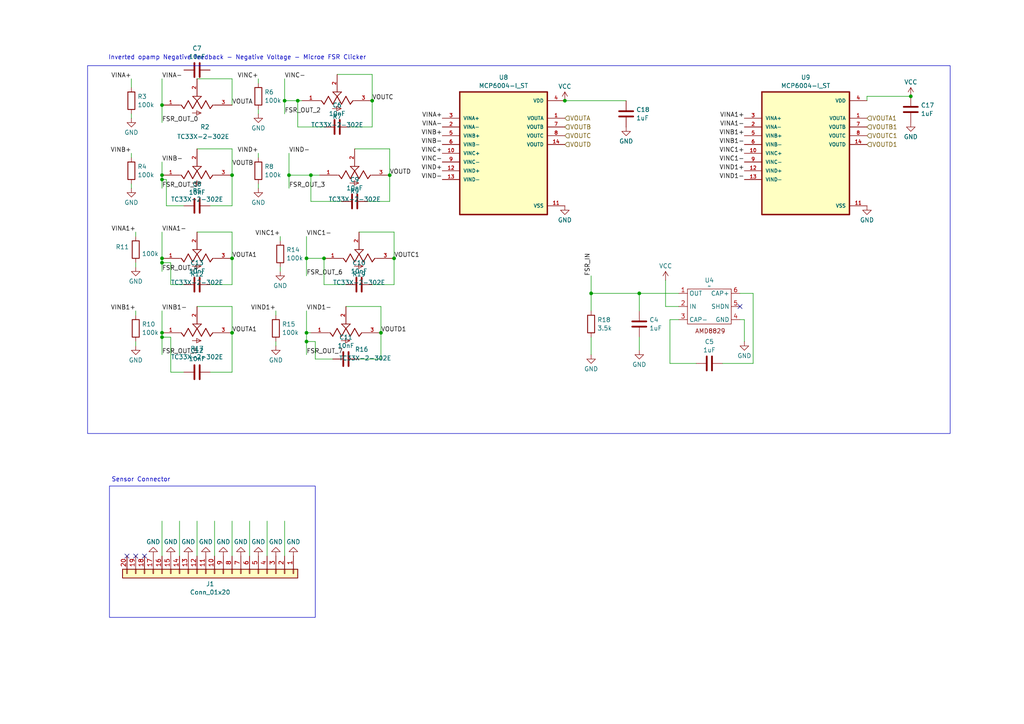
<source format=kicad_sch>
(kicad_sch (version 20231120) (generator "eeschema") (generator_version "8.0")
  (paper "A4")
  (lib_symbols
    (symbol "3x3TrimPot:TC33X-2-302E" (pin_names (offset 1.016))
      (property "Reference" "R" (at 3.0511 3.8139 0))
      (property "Value" "TC33X-2-302E" (at 2.5421 -5.0842 0))
      (symbol "TC33X-2-302E_0_0"
        (polyline (pts (xy -4.572 0) (xy -5.08 0)) (stroke (width 0.1524)))
        (polyline (pts (xy -3.81 -1.016) (xy -4.572 0)) (stroke (width 0.254)))
        (polyline (pts (xy -2.54 1.27) (xy -3.81 -1.016)) (stroke (width 0.254)))
        (polyline (pts (xy -1.397 -2.286) (xy 1.143 -2.286)) (stroke (width 0.1524)))
        (polyline (pts (xy -1.27 -1.016) (xy -2.54 1.27)) (stroke (width 0.254)))
        (polyline (pts (xy -1.27 2.54) (xy 1.27 2.54)) (stroke (width 0.2032)))
        (polyline (pts (xy -0.127 -2.921) (xy -0.127 -1.651)) (stroke (width 0.1524)))
        (polyline (pts (xy -0.127 -1.651) (xy 1.143 -2.286)) (stroke (width 0.1524)))
        (polyline (pts (xy 0 1.27) (xy -1.27 -1.016)) (stroke (width 0.254)))
        (polyline (pts (xy 0 1.27) (xy -1.27 2.54)) (stroke (width 0.2032)))
        (polyline (pts (xy 1.143 -2.286) (xy -0.127 -2.921)) (stroke (width 0.1524)))
        (polyline (pts (xy 1.27 -1.016) (xy 0 1.27)) (stroke (width 0.254)))
        (polyline (pts (xy 1.27 2.54) (xy 0 1.27)) (stroke (width 0.2032)))
        (polyline (pts (xy 2.54 1.27) (xy 1.27 -1.016)) (stroke (width 0.254)))
        (polyline (pts (xy 3.81 -1.016) (xy 2.54 1.27)) (stroke (width 0.254)))
        (polyline (pts (xy 4.572 0) (xy 3.81 -1.016)) (stroke (width 0.254)))
        (polyline (pts (xy 5.08 0) (xy 4.572 0)) (stroke (width 0.1524)))
        (pin passive line (at -10.16 0 0) (length 5.08) (name "~") (number "1"))
        (pin passive line (at 0 7.62 270) (length 5.08) (name "~") (number "2"))
        (pin passive line (at 10.16 0 180) (length 5.08) (name "~") (number "3"))
      )
    )
    (symbol "ChargePumpInverter:ADM8829"
      (property "Reference" "U" (at 0 6.858 0))
      (symbol "ADM8829_1_1"
        (rectangle (start -6.35 5.08) (end 6.35 -5.08))
        (text "AMD8829" (at 0.254 -7.112 0) (effects (font (size 1.27 1.27))))
        (pin output line (at -8.89 3.81 0) (length 2.54) (name "OUT") (number "1"))
        (pin input line (at -8.89 0 0) (length 2.54) (name "IN") (number "2"))
        (pin passive line (at -8.89 -3.81 0) (length 2.54) (name "CAP-") (number "3"))
        (pin power_out line (at 8.89 -3.81 180) (length 2.54) (name "GND") (number "4"))
        (pin passive line (at 8.89 0 180) (length 2.54) (name "SHDN") (number "5"))
        (pin passive line (at 8.89 3.81 180) (length 2.54) (name "CAP+") (number "6"))
      )
    )
    (symbol "Connector_Generic:Conn_01x20" (pin_names (offset 1.016) hide)
      (property "Reference" "J" (at 0 25.4 0))
      (property "Value" "Conn_01x20" (at 0 -27.94 0))
      (symbol "Conn_01x20_1_1"
        (rectangle (start -1.27 -25.273) (end 0 -25.527) (stroke (width 0.1524)))
        (rectangle (start -1.27 -22.733) (end 0 -22.987) (stroke (width 0.1524)))
        (rectangle (start -1.27 -20.193) (end 0 -20.447) (stroke (width 0.1524)))
        (rectangle (start -1.27 -17.653) (end 0 -17.907) (stroke (width 0.1524)))
        (rectangle (start -1.27 -15.113) (end 0 -15.367) (stroke (width 0.1524)))
        (rectangle (start -1.27 -12.573) (end 0 -12.827) (stroke (width 0.1524)))
        (rectangle (start -1.27 -10.033) (end 0 -10.287) (stroke (width 0.1524)))
        (rectangle (start -1.27 -7.493) (end 0 -7.747) (stroke (width 0.1524)))
        (rectangle (start -1.27 -4.953) (end 0 -5.207) (stroke (width 0.1524)))
        (rectangle (start -1.27 -2.413) (end 0 -2.667) (stroke (width 0.1524)))
        (rectangle (start -1.27 0.127) (end 0 -0.127) (stroke (width 0.1524)))
        (rectangle (start -1.27 2.667) (end 0 2.413) (stroke (width 0.1524)))
        (rectangle (start -1.27 5.207) (end 0 4.953) (stroke (width 0.1524)))
        (rectangle (start -1.27 7.747) (end 0 7.493) (stroke (width 0.1524)))
        (rectangle (start -1.27 10.287) (end 0 10.033) (stroke (width 0.1524)))
        (rectangle (start -1.27 12.827) (end 0 12.573) (stroke (width 0.1524)))
        (rectangle (start -1.27 15.367) (end 0 15.113) (stroke (width 0.1524)))
        (rectangle (start -1.27 17.907) (end 0 17.653) (stroke (width 0.1524)))
        (rectangle (start -1.27 20.447) (end 0 20.193) (stroke (width 0.1524)))
        (rectangle (start -1.27 22.987) (end 0 22.733) (stroke (width 0.1524)))
        (rectangle (start -1.27 24.13) (end 1.27 -26.67) (stroke (width 0.254)) (fill (type background)))
        (pin passive line (at -5.08 22.86 0) (length 3.81) (name "Pin_1") (number "1"))
        (pin passive line (at -5.08 0 0) (length 3.81) (name "Pin_10") (number "10"))
        (pin passive line (at -5.08 -2.54 0) (length 3.81) (name "Pin_11") (number "11"))
        (pin passive line (at -5.08 -5.08 0) (length 3.81) (name "Pin_12") (number "12"))
        (pin passive line (at -5.08 -7.62 0) (length 3.81) (name "Pin_13") (number "13"))
        (pin passive line (at -5.08 -10.16 0) (length 3.81) (name "Pin_14") (number "14"))
        (pin passive line (at -5.08 -12.7 0) (length 3.81) (name "Pin_15") (number "15"))
        (pin passive line (at -5.08 -15.24 0) (length 3.81) (name "Pin_16") (number "16"))
        (pin passive line (at -5.08 -17.78 0) (length 3.81) (name "Pin_17") (number "17"))
        (pin passive line (at -5.08 -20.32 0) (length 3.81) (name "Pin_18") (number "18"))
        (pin passive line (at -5.08 -22.86 0) (length 3.81) (name "Pin_19") (number "19"))
        (pin passive line (at -5.08 20.32 0) (length 3.81) (name "Pin_2") (number "2"))
        (pin passive line (at -5.08 -25.4 0) (length 3.81) (name "Pin_20") (number "20"))
        (pin passive line (at -5.08 17.78 0) (length 3.81) (name "Pin_3") (number "3"))
        (pin passive line (at -5.08 15.24 0) (length 3.81) (name "Pin_4") (number "4"))
        (pin passive line (at -5.08 12.7 0) (length 3.81) (name "Pin_5") (number "5"))
        (pin passive line (at -5.08 10.16 0) (length 3.81) (name "Pin_6") (number "6"))
        (pin passive line (at -5.08 7.62 0) (length 3.81) (name "Pin_7") (number "7"))
        (pin passive line (at -5.08 5.08 0) (length 3.81) (name "Pin_8") (number "8"))
        (pin passive line (at -5.08 2.54 0) (length 3.81) (name "Pin_9") (number "9"))
      )
    )
    (symbol "Device:C" (pin_numbers hide) (pin_names (offset 0.254))
      (property "Reference" "C" (at 0.635 2.54 0))
      (property "Value" "C" (at 0.635 -2.54 0))
      (symbol "C_0_1"
        (polyline (pts (xy -2.032 -0.762) (xy 2.032 -0.762)) (stroke (width 0.508)))
        (polyline (pts (xy -2.032 0.762) (xy 2.032 0.762)) (stroke (width 0.508)))
      )
      (symbol "C_1_1"
        (pin passive line (at 0 3.81 270) (length 2.794) (name "~") (number "1"))
        (pin passive line (at 0 -3.81 90) (length 2.794) (name "~") (number "2"))
      )
    )
    (symbol "Device:R" (pin_numbers hide) (pin_names (offset 0))
      (property "Reference" "R" (at 2.032 0 90))
      (property "Value" "R" (at 0 0 90))
      (symbol "R_0_1"
        (rectangle (start -1.016 -2.54) (end 1.016 2.54) (stroke (width 0.254)))
      )
      (symbol "R_1_1"
        (pin passive line (at 0 3.81 270) (length 1.27) (name "~") (number "1"))
        (pin passive line (at 0 -3.81 90) (length 1.27) (name "~") (number "2"))
      )
    )
    (symbol "MCP6004-I_ST:MCP6004-I_ST" (pin_names (offset 1.016))
      (property "Reference" "U" (at -12.7 18.78 0))
      (property "Value" "MCP6004-I_ST" (at -12.7 -21.78 0))
      (symbol "MCP6004-I_ST_0_0"
        (rectangle (start -12.7 -17.78) (end 12.7 17.78) (stroke (width 0.41)) (fill (type background)))
        (pin output line (at 17.78 10.16 180) (length 5.08) (name "VOUTA") (number "1"))
        (pin input line (at -17.78 0 0) (length 5.08) (name "VINC+") (number "10"))
        (pin power_in line (at 17.78 -15.24 180) (length 5.08) (name "VSS") (number "11"))
        (pin input line (at -17.78 -5.08 0) (length 5.08) (name "VIND+") (number "12"))
        (pin input line (at -17.78 -7.62 0) (length 5.08) (name "VIND-") (number "13"))
        (pin output line (at 17.78 2.54 180) (length 5.08) (name "VOUTD") (number "14"))
        (pin input line (at -17.78 7.62 0) (length 5.08) (name "VINA-") (number "2"))
        (pin input line (at -17.78 10.16 0) (length 5.08) (name "VINA+") (number "3"))
        (pin power_in line (at 17.78 15.24 180) (length 5.08) (name "VDD") (number "4"))
        (pin input line (at -17.78 5.08 0) (length 5.08) (name "VINB+") (number "5"))
        (pin input line (at -17.78 2.54 0) (length 5.08) (name "VINB-") (number "6"))
        (pin output line (at 17.78 7.62 180) (length 5.08) (name "VOUTB") (number "7"))
        (pin output line (at 17.78 5.08 180) (length 5.08) (name "VOUTC") (number "8"))
        (pin input line (at -17.78 -2.54 0) (length 5.08) (name "VINC-") (number "9"))
      )
    )
    (symbol "power:GND" (power) (pin_numbers hide) (pin_names (offset 0) hide)
      (property "Value" "GND" (at 0 -3.81 0))
      (symbol "GND_0_1"
        (polyline (pts (xy 0 0) (xy 0 -1.27) (xy 1.27 -1.27) (xy 0 -2.54) (xy -1.27 -1.27) (xy 0 -1.27)))
      )
      (symbol "GND_1_1"
        (pin power_in line (at 0 0 270) (length 0) (name "~") (number "1"))
      )
    )
    (symbol "power:VCC" (power) (pin_numbers hide) (pin_names (offset 0) hide)
      (property "Value" "VCC" (at 0 3.556 0))
      (symbol "VCC_0_1"
        (polyline (pts (xy -0.762 1.27) (xy 0 2.54)))
        (polyline (pts (xy 0 0) (xy 0 2.54)))
        (polyline (pts (xy 0 2.54) (xy 0.762 1.27)))
      )
      (symbol "VCC_1_1"
        (pin power_in line (at 0 0 90) (length 0) (name "~") (number "1"))
      )
    )
  )
  (junction (at 46.99 76.2))
  (junction (at 46.99 50.8))
  (junction (at 67.31 96.52))
  (junction (at 67.31 74.93))
  (junction (at 88.9 96.52))
  (junction (at 110.49 96.52))
  (junction (at 90.17 50.8))
  (junction (at 83.82 50.8))
  (junction (at 114.3 74.93))
  (junction (at 171.45 85.09))
  (junction (at 185.42 85.09))
  (junction (at 46.99 74.93))
  (junction (at 86.36 29.21))
  (junction (at 46.99 52.07))
  (junction (at 107.95 29.21))
  (junction (at 46.99 96.52))
  (junction (at 113.03 50.8))
  (junction (at 46.99 30.48))
  (junction (at 46.99 97.79))
  (junction (at 88.9 74.93))
  (junction (at 93.98 74.93))
  (junction (at 88.9 99.06))
  (junction (at 67.31 50.8))
  (junction (at 264.16 27.94))
  (junction (at 163.83 29.21))
  (junction (at 82.55 29.21))
  (no_connect (at 41.91 161.29))
  (no_connect (at 214.63 88.9))
  (no_connect (at 39.37 161.29))
  (no_connect (at 36.83 161.29))
  (wire (pts (xy 196.85 85.09) (xy 185.42 85.09)))
  (wire (pts (xy 77.47 151.13) (xy 77.47 161.29)))
  (wire (pts (xy 46.99 67.31) (xy 46.99 74.93)))
  (wire (pts (xy 53.34 59.69) (xy 48.26 59.69)))
  (wire (pts (xy 49.53 82.55) (xy 49.53 76.2)))
  (wire (pts (xy 60.96 59.69) (xy 67.31 59.69)))
  (wire (pts (xy 88.9 74.93) (xy 88.9 80.01)))
  (wire (pts (xy 82.55 29.21) (xy 86.36 29.21)))
  (wire (pts (xy 39.37 90.17) (xy 39.37 91.44)))
  (wire (pts (xy 52.07 151.13) (xy 52.07 161.29)))
  (wire (pts (xy 81.28 77.47) (xy 81.28 78.74)))
  (wire (pts (xy 53.34 107.95) (xy 49.53 107.95)))
  (wire (pts (xy 104.14 67.31) (xy 114.3 67.31)))
  (wire (pts (xy 49.53 107.95) (xy 49.53 97.79)))
  (wire (pts (xy 57.15 43.18) (xy 67.31 43.18)))
  (wire (pts (xy 194.31 105.41) (xy 201.93 105.41)))
  (wire (pts (xy 74.93 44.45) (xy 74.93 45.72)))
  (wire (pts (xy 72.39 151.13) (xy 72.39 161.29)))
  (wire (pts (xy 86.36 36.83) (xy 86.36 29.21)))
  (wire (pts (xy 104.14 104.14) (xy 110.49 104.14)))
  (wire (pts (xy 86.36 29.21) (xy 87.63 29.21)))
  (wire (pts (xy 48.26 59.69) (xy 48.26 52.07)))
  (wire (pts (xy 53.34 82.55) (xy 49.53 82.55)))
  (wire (pts (xy 46.99 97.79) (xy 46.99 102.87)))
  (wire (pts (xy 215.9 92.71) (xy 215.9 99.06)))
  (wire (pts (xy 185.42 97.79) (xy 185.42 101.6)))
  (wire (pts (xy 101.6 36.83) (xy 107.95 36.83)))
  (wire (pts (xy 74.93 31.75) (xy 74.93 33.02)))
  (wire (pts (xy 39.37 76.2) (xy 39.37 77.47)))
  (wire (pts (xy 171.45 97.79) (xy 171.45 102.87)))
  (wire (pts (xy 181.61 29.21) (xy 163.83 29.21)))
  (wire (pts (xy 91.44 104.14) (xy 91.44 99.06)))
  (wire (pts (xy 46.99 22.86) (xy 46.99 30.48)))
  (wire (pts (xy 196.85 92.71) (xy 194.31 92.71)))
  (wire (pts (xy 46.99 90.17) (xy 46.99 96.52)))
  (wire (pts (xy 67.31 107.95) (xy 67.31 96.52)))
  (wire (pts (xy 107.95 36.83) (xy 107.95 29.21)))
  (wire (pts (xy 86.36 36.83) (xy 93.98 36.83)))
  (wire (pts (xy 57.15 22.86) (xy 67.31 22.86)))
  (wire (pts (xy 88.9 99.06) (xy 88.9 102.87)))
  (wire (pts (xy 171.45 85.09) (xy 185.42 85.09)))
  (wire (pts (xy 83.82 44.45) (xy 83.82 50.8)))
  (wire (pts (xy 113.03 58.42) (xy 113.03 50.8)))
  (wire (pts (xy 49.53 97.79) (xy 46.99 97.79)))
  (wire (pts (xy 90.17 58.42) (xy 90.17 50.8)))
  (wire (pts (xy 91.44 99.06) (xy 88.9 99.06)))
  (wire (pts (xy 88.9 68.58) (xy 88.9 74.93)))
  (wire (pts (xy 39.37 67.31) (xy 39.37 68.58)))
  (wire (pts (xy 67.31 82.55) (xy 67.31 74.93)))
  (wire (pts (xy 209.55 105.41) (xy 218.44 105.41)))
  (wire (pts (xy 107.95 21.59) (xy 107.95 29.21)))
  (wire (pts (xy 82.55 22.86) (xy 82.55 29.21)))
  (wire (pts (xy 99.06 58.42) (xy 90.17 58.42)))
  (wire (pts (xy 38.1 53.34) (xy 38.1 54.61)))
  (wire (pts (xy 46.99 30.48) (xy 46.99 35.56)))
  (wire (pts (xy 251.46 29.21) (xy 251.46 27.94)))
  (wire (pts (xy 67.31 151.13) (xy 67.31 161.29)))
  (wire (pts (xy 171.45 80.01) (xy 171.45 85.09)))
  (wire (pts (xy 82.55 151.13) (xy 82.55 161.29)))
  (wire (pts (xy 67.31 22.86) (xy 67.31 30.48)))
  (wire (pts (xy 80.01 99.06) (xy 80.01 100.33)))
  (wire (pts (xy 46.99 50.8) (xy 46.99 52.07)))
  (wire (pts (xy 49.53 76.2) (xy 46.99 76.2)))
  (wire (pts (xy 81.28 68.58) (xy 81.28 69.85)))
  (wire (pts (xy 218.44 85.09) (xy 214.63 85.09)))
  (wire (pts (xy 114.3 82.55) (xy 114.3 74.93)))
  (wire (pts (xy 46.99 46.99) (xy 46.99 50.8)))
  (wire (pts (xy 67.31 67.31) (xy 67.31 74.93)))
  (wire (pts (xy 46.99 52.07) (xy 48.26 52.07)))
  (wire (pts (xy 214.63 92.71) (xy 215.9 92.71)))
  (wire (pts (xy 110.49 88.9) (xy 110.49 96.52)))
  (wire (pts (xy 88.9 74.93) (xy 93.98 74.93)))
  (wire (pts (xy 82.55 29.21) (xy 82.55 33.02)))
  (wire (pts (xy 102.87 43.18) (xy 113.03 43.18)))
  (wire (pts (xy 39.37 99.06) (xy 39.37 100.33)))
  (wire (pts (xy 251.46 27.94) (xy 264.16 27.94)))
  (wire (pts (xy 38.1 44.45) (xy 38.1 45.72)))
  (wire (pts (xy 114.3 67.31) (xy 114.3 74.93)))
  (wire (pts (xy 193.04 81.28) (xy 193.04 88.9)))
  (wire (pts (xy 97.79 21.59) (xy 107.95 21.59)))
  (wire (pts (xy 80.01 90.17) (xy 80.01 91.44)))
  (wire (pts (xy 92.71 50.8) (xy 90.17 50.8)))
  (wire (pts (xy 67.31 88.9) (xy 67.31 96.52)))
  (wire (pts (xy 38.1 33.02) (xy 38.1 34.29)))
  (wire (pts (xy 46.99 52.07) (xy 46.99 54.61)))
  (wire (pts (xy 110.49 96.52) (xy 110.49 104.14)))
  (wire (pts (xy 96.52 104.14) (xy 91.44 104.14)))
  (wire (pts (xy 88.9 90.17) (xy 88.9 96.52)))
  (wire (pts (xy 113.03 43.18) (xy 113.03 50.8)))
  (wire (pts (xy 74.93 53.34) (xy 74.93 54.61)))
  (wire (pts (xy 62.23 151.13) (xy 62.23 161.29)))
  (wire (pts (xy 106.68 58.42) (xy 113.03 58.42)))
  (wire (pts (xy 46.99 74.93) (xy 46.99 76.2)))
  (wire (pts (xy 107.95 82.55) (xy 114.3 82.55)))
  (wire (pts (xy 38.1 22.86) (xy 38.1 25.4)))
  (wire (pts (xy 57.15 67.31) (xy 67.31 67.31)))
  (wire (pts (xy 57.15 151.13) (xy 57.15 161.29)))
  (wire (pts (xy 46.99 96.52) (xy 46.99 97.79)))
  (wire (pts (xy 57.15 88.9) (xy 67.31 88.9)))
  (wire (pts (xy 185.42 85.09) (xy 185.42 90.17)))
  (wire (pts (xy 88.9 96.52) (xy 90.17 96.52)))
  (wire (pts (xy 67.31 59.69) (xy 67.31 50.8)))
  (wire (pts (xy 88.9 96.52) (xy 88.9 99.06)))
  (wire (pts (xy 193.04 88.9) (xy 196.85 88.9)))
  (wire (pts (xy 60.96 82.55) (xy 67.31 82.55)))
  (wire (pts (xy 46.99 151.13) (xy 46.99 161.29)))
  (wire (pts (xy 100.33 82.55) (xy 93.98 82.55)))
  (wire (pts (xy 100.33 88.9) (xy 110.49 88.9)))
  (wire (pts (xy 218.44 85.09) (xy 218.44 105.41)))
  (wire (pts (xy 74.93 22.86) (xy 74.93 24.13)))
  (wire (pts (xy 171.45 90.17) (xy 171.45 85.09)))
  (wire (pts (xy 93.98 82.55) (xy 93.98 74.93)))
  (wire (pts (xy 90.17 50.8) (xy 83.82 50.8)))
  (wire (pts (xy 83.82 50.8) (xy 83.82 54.61)))
  (wire (pts (xy 67.31 43.18) (xy 67.31 50.8)))
  (wire (pts (xy 60.96 107.95) (xy 67.31 107.95)))
  (wire (pts (xy 46.99 76.2) (xy 46.99 78.74)))
  (wire (pts (xy 194.31 92.71) (xy 194.31 105.41)))
  (rectangle (start 31.75 140.97) (end 91.44 179.07))
  (rectangle (start 25.4 19.05) (end 275.59 125.73))
  (text "Inverted opamp Negative feedback - Negative Voltage - Microe FSR Clicker\n" (at 68.834 16.764 0) (effects (font (size 1.27 1.27))))
  (text "Sensor Connector\n" (at 40.894 139.192 0) (effects (font (size 1.27 1.27))))
  (label "VINB1-" (at 215.9 41.91 180))
  (label "VINB1+" (at 39.37 90.17 180))
  (label "VINB+" (at 128.27 39.37 180))
  (label "FSR_IN" (at 171.45 80.01 90))
  (label "VINC-" (at 82.55 22.86 0))
  (label "VOUTA1" (at 67.31 74.93 0))
  (label "VIND1+" (at 80.01 90.17 180))
  (label "VIND-" (at 83.82 44.45 0))
  (label "VINA-" (at 128.27 36.83 180))
  (label "VINC1-" (at 88.9 68.58 0))
  (label "FSR_OUT_7" (at 88.9 102.87 0))
  (label "VINB+" (at 38.1 44.45 180))
  (label "FSR_OUT_4" (at 46.99 78.74 0))
  (label "VINC1-" (at 215.9 46.99 180))
  (label "VINA1-" (at 46.99 67.31 0))
  (label "VIND1-" (at 88.9 90.17 0))
  (label "VIND-" (at 128.27 52.07 180))
  (label "FSR_OUT_6" (at 88.9 80.01 0))
  (label "VINC+" (at 74.93 22.86 180))
  (label "FSR_OUT_0" (at 46.99 35.56 0))
  (label "VIND+" (at 128.27 49.53 180))
  (label "VINA+" (at 38.1 22.86 180))
  (label "VOUTD" (at 113.03 50.8 0))
  (label "VINB1+" (at 215.9 39.37 180))
  (label "VINA1+" (at 39.37 67.31 180))
  (label "VINC1+" (at 215.9 44.45 180))
  (label "VIND+" (at 74.93 44.45 180))
  (label "VOUTD1" (at 110.49 96.52 0))
  (label "VINC1+" (at 81.28 68.58 180))
  (label "VOUTB" (at 67.31 48.26 0))
  (label "VIND1-" (at 215.9 52.07 180))
  (label "VINA1+" (at 215.9 34.29 180))
  (label "FSR_OUT_3" (at 83.82 54.61 0))
  (label "VOUTA" (at 67.31 30.48 0))
  (label "VINA1-" (at 215.9 36.83 180))
  (label "FSR_OUT_2" (at 82.55 33.02 0))
  (label "VINB-" (at 46.99 46.99 0))
  (label "VINA-" (at 46.99 22.86 0))
  (label "VINC+" (at 128.27 44.45 180))
  (label "VIND1+" (at 215.9 49.53 180))
  (label "VINB-" (at 128.27 41.91 180))
  (label "FSR_OUT_1" (at 46.99 54.61 0))
  (label "VOUTC1" (at 114.3 74.93 0))
  (label "FSR_OUT_5" (at 46.99 102.87 0))
  (label "VINB1-" (at 46.99 90.17 0))
  (label "VINA+" (at 128.27 34.29 180))
  (label "VINC-" (at 128.27 46.99 180))
  (label "VOUTA1" (at 67.31 96.52 0))
  (label "VOUTC" (at 107.95 29.21 0))
  (hierarchical_label "VOUTA1" (shape input) (at 251.46 34.29 0))
  (hierarchical_label "VOUTB1" (shape input) (at 251.46 36.83 0))
  (hierarchical_label "VOUTB" (shape input) (at 163.83 36.83 0))
  (hierarchical_label "VOUTC1" (shape input) (at 251.46 39.37 0))
  (hierarchical_label "VOUTA" (shape input) (at 163.83 34.29 0))
  (hierarchical_label "VOUTD" (shape input) (at 163.83 41.91 0))
  (hierarchical_label "VOUTD1" (shape input) (at 251.46 41.91 0))
  (hierarchical_label "VOUTC" (shape input) (at 163.83 39.37 0))
  (symbol (lib_id "power:GND") (at 44.45 161.29 180) (unit 1)
    (property "Reference" "#PWR011" (effects (hide yes)))
    (property "Value" "GND" (at 44.45 157.1569 0))
    (property "Description" "Power symbol creates a global label with name \"GND\" , ground" (effects (hide yes)))
  )
  (symbol (lib_id "power:VCC") (at 264.16 27.94 0) (unit 1)
    (property "Reference" "#PWR045" (effects (hide yes)))
    (property "Value" "VCC" (at 264.16 23.8069 0))
    (property "Description" "Power symbol creates a global label with name \"VCC\"" (effects (hide yes)))
  )
  (symbol (lib_id "Device:R") (at 39.37 95.25 180) (unit 1)
    (property "Reference" "R10" (at 41.148 94.0378 0) (effects (justify right)))
    (property "Value" "100k" (at 41.148 96.4621 0) (effects (justify right)))
    (property "Footprint" "Resistor_SMD:R_0603_1608Metric_Pad0.98x0.95mm_HandSolder" (effects (hide yes)))
    (property "Description" "Resistor" (effects (hide yes)))
  )
  (symbol (lib_id "power:GND") (at 38.1 54.61 0) (unit 1)
    (property "Reference" "#PWR030" (effects (hide yes)))
    (property "Value" "GND" (at 38.1 58.7431 0))
    (property "Description" "Power symbol creates a global label with name \"GND\" , ground" (effects (hide yes)))
  )
  (symbol (lib_id "Device:C") (at 205.74 105.41 90) (unit 1)
    (property "Reference" "C5" (at 205.74 99.1065 90))
    (property "Value" "1uF" (at 205.74 101.5308 90))
    (property "Footprint" "Capacitor_SMD:C_0603_1608Metric_Pad1.08x0.95mm_HandSolder" (effects (hide yes)))
    (property "Description" "Unpolarized capacitor" (effects (hide yes)))
  )
  (symbol (lib_id "ChargePumpInverter:ADM8829") (at 205.74 88.9 0) (unit 1)
    (property "Reference" "U4" (at 205.74 81.2884 0))
    (property "Value" "~" (at 205.74 82.9698 0))
    (property "Footprint" "ADM8829:SOT95P280X145-6N" (effects (hide yes)))
  )
  (symbol (lib_id "power:GND") (at 54.61 161.29 180) (unit 1)
    (property "Reference" "#PWR013" (effects (hide yes)))
    (property "Value" "GND" (at 54.61 157.1569 0))
    (property "Description" "Power symbol creates a global label with name \"GND\" , ground" (effects (hide yes)))
  )
  (symbol (lib_id "Device:C") (at 97.79 36.83 90) (unit 1)
    (property "Reference" "C6" (at 97.79 30.5265 90))
    (property "Value" "10nF" (at 97.79 32.9508 90))
    (property "Footprint" "Capacitor_SMD:C_0603_1608Metric_Pad1.08x0.95mm_HandSolder" (effects (hide yes)))
    (property "Description" "Unpolarized capacitor" (effects (hide yes)))
  )
  (symbol (lib_id "Device:C") (at 181.61 33.02 0) (unit 1)
    (property "Reference" "C18" (at 184.531 31.8078 0) (effects (justify left)))
    (property "Value" "1uF" (at 184.531 34.2321 0) (effects (justify left)))
    (property "Footprint" "Capacitor_SMD:C_0603_1608Metric_Pad1.08x0.95mm_HandSolder" (effects (hide yes)))
    (property "Description" "Unpolarized capacitor" (effects (hide yes)))
  )
  (symbol (lib_id "3x3TrimPot:TC33X-2-302E") (at 97.79 29.21 0) (unit 1)
    (property "Reference" "R7" (at 97.79 33.8003 0))
    (property "Value" "TC33X-2-302E" (at 97.79 36.2246 0))
    (property "Footprint" "TC33X-2-302E:TRIM_TC33X-2-302E" (effects (hide yes)))
    (property "MF" "Bourns" (effects (hide yes)))
    (property "DESCRIPTION" "Res Trimmer 100K Ohm 25% 1/10W 1_Elec_/1_Mech_Turn _3 X 3.8mm_ Foot Print SMD Embossed T/R" (effects (hide yes)))
    (property "PACKAGE" "Bourns" (effects (hide yes)))
    (property "PRICE" "None" (effects (hide yes)))
    (property "Package" "1608 Bourns" (effects (hide yes)))
    (property "Check_prices" "https://www.snapeda.com/parts/TC33X-2-302E/Bourns/view-part/?ref=eda" (effects (hide yes)))
    (property "Price" "None" (effects (hide yes)))
    (property "SnapEDA_Link" "https://www.snapeda.com/parts/TC33X-2-302E/Bourns/view-part/?ref=snap" (effects (hide yes)))
    (property "MP" "TC33X-2-302E" (effects (hide yes)))
    (property "Availability" "In Stock" (effects (hide yes)))
    (property "AVAILABILITY" "Unavailable" (effects (hide yes)))
    (property "Description_1" "\n                        \n                            3 kOhms 0.1W, 1/10W J Lead Surface Mount Trimmer Potentiometer Cermet 1.0 Turn Top Adjustment\n                        \n" (effects (hide yes)))
  )
  (symbol (lib_id "power:GND") (at 171.45 102.87 0) (unit 1)
    (property "Reference" "#PWR039" (effects (hide yes)))
    (property "Value" "GND" (at 171.45 107.0031 0))
    (property "Description" "Power symbol creates a global label with name \"GND\" , ground" (effects (hide yes)))
  )
  (symbol (lib_id "Device:C") (at 57.15 107.95 90) (unit 1)
    (property "Reference" "C12" (at 57.15 101.6465 90))
    (property "Value" "10nF" (at 57.15 104.0708 90))
    (property "Footprint" "Capacitor_SMD:C_0603_1608Metric_Pad1.08x0.95mm_HandSolder" (effects (hide yes)))
    (property "Description" "Unpolarized capacitor" (effects (hide yes)))
  )
  (symbol (lib_id "power:GND") (at 215.9 99.06 0) (unit 1)
    (property "Reference" "#PWR025" (effects (hide yes)))
    (property "Value" "GND" (at 215.9 103.1931 0))
    (property "Description" "Power symbol creates a global label with name \"GND\" , ground" (effects (hide yes)))
  )
  (symbol (lib_id "Device:R") (at 38.1 29.21 180) (unit 1)
    (property "Reference" "R3" (at 39.878 27.9978 0) (effects (justify right)))
    (property "Value" "100k" (at 39.878 30.4221 0) (effects (justify right)))
    (property "Footprint" "Resistor_SMD:R_0603_1608Metric_Pad0.98x0.95mm_HandSolder" (effects (hide yes)))
    (property "Description" "Resistor" (effects (hide yes)))
  )
  (symbol (lib_id "3x3TrimPot:TC33X-2-302E") (at 57.15 74.93 0) (unit 1)
    (property "Reference" "R12" (at 57.15 79.5203 0))
    (property "Value" "TC33X-2-302E" (at 57.15 81.9446 0))
    (property "Footprint" "TC33X-2-302E:TRIM_TC33X-2-302E" (effects (hide yes)))
    (property "MF" "Bourns" (effects (hide yes)))
    (property "DESCRIPTION" "Res Trimmer 100K Ohm 25% 1/10W 1_Elec_/1_Mech_Turn _3 X 3.8mm_ Foot Print SMD Embossed T/R" (effects (hide yes)))
    (property "PACKAGE" "Bourns" (effects (hide yes)))
    (property "PRICE" "None" (effects (hide yes)))
    (property "Package" "1608 Bourns" (effects (hide yes)))
    (property "Check_prices" "https://www.snapeda.com/parts/TC33X-2-302E/Bourns/view-part/?ref=eda" (effects (hide yes)))
    (property "Price" "None" (effects (hide yes)))
    (property "SnapEDA_Link" "https://www.snapeda.com/parts/TC33X-2-302E/Bourns/view-part/?ref=snap" (effects (hide yes)))
    (property "MP" "TC33X-2-302E" (effects (hide yes)))
    (property "Availability" "In Stock" (effects (hide yes)))
    (property "AVAILABILITY" "Unavailable" (effects (hide yes)))
    (property "Description_1" "\n                        \n                            3 kOhms 0.1W, 1/10W J Lead Surface Mount Trimmer Potentiometer Cermet 1.0 Turn Top Adjustment\n                        \n" (effects (hide yes)))
  )
  (symbol (lib_id "power:GND") (at 181.61 36.83 0) (unit 1)
    (property "Reference" "#PWR041" (effects (hide yes)))
    (property "Value" "GND" (at 181.61 40.9631 0))
    (property "Description" "Power symbol creates a global label with name \"GND\" , ground" (effects (hide yes)))
  )
  (symbol (lib_id "power:GND") (at 69.85 161.29 180) (unit 1)
    (property "Reference" "#PWR016" (effects (hide yes)))
    (property "Value" "GND" (at 69.85 157.1569 0))
    (property "Description" "Power symbol creates a global label with name \"GND\" , ground" (effects (hide yes)))
  )
  (symbol (lib_id "Device:C") (at 57.15 20.32 90) (unit 1)
    (property "Reference" "C7" (at 57.15 14.0165 90))
    (property "Value" "10nF" (at 57.15 16.4408 90))
    (property "Footprint" "Capacitor_SMD:C_0603_1608Metric_Pad1.08x0.95mm_HandSolder" (effects (hide yes)))
    (property "Description" "Unpolarized capacitor" (effects (hide yes)))
  )
  (symbol (lib_id "power:GND") (at 185.42 101.6 0) (unit 1)
    (property "Reference" "#PWR026" (effects (hide yes)))
    (property "Value" "GND" (at 185.42 105.7331 0))
    (property "Description" "Power symbol creates a global label with name \"GND\" , ground" (effects (hide yes)))
  )
  (symbol (lib_id "power:GND") (at 74.93 33.02 0) (unit 1)
    (property "Reference" "#PWR031" (effects (hide yes)))
    (property "Value" "GND" (at 74.93 37.1531 0))
    (property "Description" "Power symbol creates a global label with name \"GND\" , ground" (effects (hide yes)))
  )
  (symbol (lib_id "power:GND") (at 80.01 100.33 0) (unit 1)
    (property "Reference" "#PWR036" (effects (hide yes)))
    (property "Value" "GND" (at 80.01 104.4631 0))
    (property "Description" "Power symbol creates a global label with name \"GND\" , ground" (effects (hide yes)))
  )
  (symbol (lib_id "power:GND") (at 85.09 161.29 180) (unit 1)
    (property "Reference" "#PWR019" (effects (hide yes)))
    (property "Value" "GND" (at 85.09 157.1569 0))
    (property "Description" "Power symbol creates a global label with name \"GND\" , ground" (effects (hide yes)))
  )
  (symbol (lib_id "power:GND") (at 80.01 161.29 180) (unit 1)
    (property "Reference" "#PWR018" (effects (hide yes)))
    (property "Value" "GND" (at 80.01 157.1569 0))
    (property "Description" "Power symbol creates a global label with name \"GND\" , ground" (effects (hide yes)))
  )
  (symbol (lib_id "power:GND") (at 251.46 59.69 0) (unit 1)
    (property "Reference" "#PWR046" (effects (hide yes)))
    (property "Value" "GND" (at 251.46 63.8231 0))
    (property "Description" "Power symbol creates a global label with name \"GND\" , ground" (effects (hide yes)))
  )
  (symbol (lib_id "Device:R") (at 171.45 93.98 180) (unit 1)
    (property "Reference" "R18" (at 173.228 92.7678 0) (effects (justify right)))
    (property "Value" "3.5k" (at 173.228 95.1921 0) (effects (justify right)))
    (property "Footprint" "Resistor_SMD:R_0603_1608Metric_Pad0.98x0.95mm_HandSolder" (effects (hide yes)))
    (property "Description" "Resistor" (effects (hide yes)))
  )
  (symbol (lib_id "3x3TrimPot:TC33X-2-302E") (at 100.33 96.52 0) (unit 1)
    (property "Reference" "R16" (at 104.902 101.346 0))
    (property "Value" "TC33X-2-302E" (at 105.918 103.886 0))
    (property "Footprint" "TC33X-2-302E:TRIM_TC33X-2-302E" (effects (hide yes)))
    (property "MF" "Bourns" (effects (hide yes)))
    (property "DESCRIPTION" "Res Trimmer 100K Ohm 25% 1/10W 1_Elec_/1_Mech_Turn _3 X 3.8mm_ Foot Print SMD Embossed T/R" (effects (hide yes)))
    (property "PACKAGE" "Bourns" (effects (hide yes)))
    (property "PRICE" "None" (effects (hide yes)))
    (property "Package" "1608 Bourns" (effects (hide yes)))
    (property "Check_prices" "https://www.snapeda.com/parts/TC33X-2-302E/Bourns/view-part/?ref=eda" (effects (hide yes)))
    (property "Price" "None" (effects (hide yes)))
    (property "SnapEDA_Link" "https://www.snapeda.com/parts/TC33X-2-302E/Bourns/view-part/?ref=snap" (effects (hide yes)))
    (property "MP" "TC33X-2-302E" (effects (hide yes)))
    (property "Availability" "In Stock" (effects (hide yes)))
    (property "AVAILABILITY" "Unavailable" (effects (hide yes)))
    (property "Description_1" "\n                        \n                            3 kOhms 0.1W, 1/10W J Lead Surface Mount Trimmer Potentiometer Cermet 1.0 Turn Top Adjustment\n                        \n" (effects (hide yes)))
  )
  (symbol (lib_id "power:GND") (at 81.28 78.74 0) (unit 1)
    (property "Reference" "#PWR035" (effects (hide yes)))
    (property "Value" "GND" (at 81.28 82.8731 0))
    (property "Description" "Power symbol creates a global label with name \"GND\" , ground" (effects (hide yes)))
  )
  (symbol (lib_id "MCP6004-I_ST:MCP6004-I_ST") (at 146.05 44.45 0) (unit 1)
    (property "Reference" "U8" (at 146.05 22.4475 0))
    (property "Value" "MCP6004-I_ST" (at 146.05 24.8718 0))
    (property "Footprint" "MCP6004_I_ST:SOP65P640X120-14N" (effects (hide yes)))
    (property "MF" "Microchip Technology" (effects (hide yes)))
    (property "Description_1" "\n                        \n                            Op Amp, TSSOP-14, 4.4mm Tube, Quad 1.8V, 1MHz OP, I Temp | Microchip Technology Inc. MCP6004-I/ST\n                        \n" (effects (hide yes)))
    (property "Package" "TSSOP-14 Microchip" (effects (hide yes)))
    (property "Price" "None" (effects (hide yes)))
    (property "SnapEDA_Link" "https://www.snapeda.com/parts/MCP6004-I/ST/Microchip/view-part/?ref=snap" (effects (hide yes)))
    (property "MP" "MCP6004-I/ST" (effects (hide yes)))
    (property "Availability" "In Stock" (effects (hide yes)))
    (property "Check_prices" "https://www.snapeda.com/parts/MCP6004-I/ST/Microchip/view-part/?ref=eda" (effects (hide yes)))
  )
  (symbol (lib_id "Connector_Generic:Conn_01x20") (at 62.23 166.37 270) (unit 1)
    (property "Reference" "J1" (at 60.96 169.3601 90))
    (property "Value" "Conn_01x20" (at 60.96 171.7844 90))
    (property "Footprint" "Connector_Samtec_MicroMate:Samtec_T1M-20-X-S-RA_1x20-1MP_P1.0mm_Terminal_Horizontal" (effects (hide yes)))
    (property "Description" "Generic connector, single row, 01x20, script generated (kicad-library-utils/schlib/autogen/connector/)" (effects (hide yes)))
  )
  (symbol (lib_id "Device:R") (at 80.01 95.25 180) (unit 1)
    (property "Reference" "R15" (at 81.788 94.0378 0) (effects (justify right)))
    (property "Value" "100k" (at 81.788 96.4621 0) (effects (justify right)))
    (property "Footprint" "Resistor_SMD:R_0603_1608Metric_Pad0.98x0.95mm_HandSolder" (effects (hide yes)))
    (property "Description" "Resistor" (effects (hide yes)))
  )
  (symbol (lib_id "power:GND") (at 38.1 34.29 0) (unit 1)
    (property "Reference" "#PWR029" (effects (hide yes)))
    (property "Value" "GND" (at 38.1 38.4231 0))
    (property "Description" "Power symbol creates a global label with name \"GND\" , ground" (effects (hide yes)))
  )
  (symbol (lib_id "MCP6004-I_ST:MCP6004-I_ST") (at 233.68 44.45 0) (unit 1)
    (property "Reference" "U9" (at 233.68 22.4475 0))
    (property "Value" "MCP6004-I_ST" (at 233.68 24.8718 0))
    (property "Footprint" "MCP6004-I_ST:SOP65P640X120-14N" (effects (hide yes)))
    (property "MF" "Microchip Technology" (effects (hide yes)))
    (property "Description_1" "\n                        \n                            Op Amp, TSSOP-14, 4.4mm Tube, Quad 1.8V, 1MHz OP, I Temp | Microchip Technology Inc. MCP6004-I/ST\n                        \n" (effects (hide yes)))
    (property "Package" "TSSOP-14 Microchip" (effects (hide yes)))
    (property "Price" "None" (effects (hide yes)))
    (property "SnapEDA_Link" "https://www.snapeda.com/parts/MCP6004-I/ST/Microchip/view-part/?ref=snap" (effects (hide yes)))
    (property "MP" "MCP6004-I/ST" (effects (hide yes)))
    (property "Availability" "In Stock" (effects (hide yes)))
    (property "Check_prices" "https://www.snapeda.com/parts/MCP6004-I/ST/Microchip/view-part/?ref=eda" (effects (hide yes)))
  )
  (symbol (lib_id "3x3TrimPot:TC33X-2-302E") (at 102.87 50.8 0) (unit 1)
    (property "Reference" "R9" (at 102.87 55.3903 0))
    (property "Value" "TC33X-2-302E" (at 102.87 57.8146 0))
    (property "Footprint" "TC33X-2-302E:TRIM_TC33X-2-302E" (effects (hide yes)))
    (property "MF" "Bourns" (effects (hide yes)))
    (property "DESCRIPTION" "Res Trimmer 100K Ohm 25% 1/10W 1_Elec_/1_Mech_Turn _3 X 3.8mm_ Foot Print SMD Embossed T/R" (effects (hide yes)))
    (property "PACKAGE" "Bourns" (effects (hide yes)))
    (property "PRICE" "None" (effects (hide yes)))
    (property "Package" "1608 Bourns" (effects (hide yes)))
    (property "Check_prices" "https://www.snapeda.com/parts/TC33X-2-302E/Bourns/view-part/?ref=eda" (effects (hide yes)))
    (property "Price" "None" (effects (hide yes)))
    (property "SnapEDA_Link" "https://www.snapeda.com/parts/TC33X-2-302E/Bourns/view-part/?ref=snap" (effects (hide yes)))
    (property "MP" "TC33X-2-302E" (effects (hide yes)))
    (property "Availability" "In Stock" (effects (hide yes)))
    (property "AVAILABILITY" "Unavailable" (effects (hide yes)))
    (property "Description_1" "\n                        \n                            3 kOhms 0.1W, 1/10W J Lead Surface Mount Trimmer Potentiometer Cermet 1.0 Turn Top Adjustment\n                        \n" (effects (hide yes)))
  )
  (symbol (lib_id "Device:C") (at 264.16 31.75 0) (unit 1)
    (property "Reference" "C17" (at 267.081 30.5378 0) (effects (justify left)))
    (property "Value" "1uF" (at 267.081 32.9621 0) (effects (justify left)))
    (property "Footprint" "Capacitor_SMD:C_0603_1608Metric_Pad1.08x0.95mm_HandSolder" (effects (hide yes)))
    (property "Description" "Unpolarized capacitor" (effects (hide yes)))
  )
  (symbol (lib_id "power:GND") (at 264.16 35.56 0) (unit 1)
    (property "Reference" "#PWR044" (effects (hide yes)))
    (property "Value" "GND" (at 264.16 39.6931 0))
    (property "Description" "Power symbol creates a global label with name \"GND\" , ground" (effects (hide yes)))
  )
  (symbol (lib_id "power:VCC") (at 193.04 81.28 0) (unit 1)
    (property "Reference" "#PWR024" (effects (hide yes)))
    (property "Value" "VCC" (at 193.04 77.1469 0))
    (property "Description" "Power symbol creates a global label with name \"VCC\"" (effects (hide yes)))
  )
  (symbol (lib_id "Device:C") (at 100.33 104.14 90) (unit 1)
    (property "Reference" "C11" (at 100.33 97.8365 90))
    (property "Value" "10nF" (at 100.33 100.2608 90))
    (property "Footprint" "Capacitor_SMD:C_0603_1608Metric_Pad1.08x0.95mm_HandSolder" (effects (hide yes)))
    (property "Description" "Unpolarized capacitor" (effects (hide yes)))
  )
  (symbol (lib_id "3x3TrimPot:TC33X-2-302E") (at 57.15 30.48 0) (unit 1)
    (property "Reference" "R2" (at 59.436 36.83 0))
    (property "Value" "TC33X-2-302E" (at 58.928 39.624 0))
    (property "Footprint" "TC33X-2-302E:TRIM_TC33X-2-302E" (effects (hide yes)))
    (property "MF" "Bourns" (effects (hide yes)))
    (property "DESCRIPTION" "Res Trimmer 100K Ohm 25% 1/10W 1_Elec_/1_Mech_Turn _3 X 3.8mm_ Foot Print SMD Embossed T/R" (effects (hide yes)))
    (property "PACKAGE" "Bourns" (effects (hide yes)))
    (property "PRICE" "None" (effects (hide yes)))
    (property "Package" "1608 Bourns" (effects (hide yes)))
    (property "Check_prices" "https://www.snapeda.com/parts/TC33X-2-302E/Bourns/view-part/?ref=eda" (effects (hide yes)))
    (property "Price" "None" (effects (hide yes)))
    (property "SnapEDA_Link" "https://www.snapeda.com/parts/TC33X-2-302E/Bourns/view-part/?ref=snap" (effects (hide yes)))
    (property "MP" "TC33X-2-302E" (effects (hide yes)))
    (property "Availability" "In Stock" (effects (hide yes)))
    (property "AVAILABILITY" "Unavailable" (effects (hide yes)))
    (property "Description_1" "\n                        \n                            3 kOhms 0.1W, 1/10W J Lead Surface Mount Trimmer Potentiometer Cermet 1.0 Turn Top Adjustment\n                        \n" (effects (hide yes)))
  )
  (symbol (lib_id "power:GND") (at 74.93 161.29 180) (unit 1)
    (property "Reference" "#PWR017" (effects (hide yes)))
    (property "Value" "GND" (at 74.93 157.1569 0))
    (property "Description" "Power symbol creates a global label with name \"GND\" , ground" (effects (hide yes)))
  )
  (symbol (lib_id "power:GND") (at 64.77 161.29 180) (unit 1)
    (property "Reference" "#PWR015" (effects (hide yes)))
    (property "Value" "GND" (at 64.77 157.1569 0))
    (property "Description" "Power symbol creates a global label with name \"GND\" , ground" (effects (hide yes)))
  )
  (symbol (lib_id "Device:C") (at 102.87 58.42 90) (unit 1)
    (property "Reference" "C9" (at 102.87 52.1165 90))
    (property "Value" "10nF" (at 102.87 54.5408 90))
    (property "Footprint" "Capacitor_SMD:C_0603_1608Metric_Pad1.08x0.95mm_HandSolder" (effects (hide yes)))
    (property "Description" "Unpolarized capacitor" (effects (hide yes)))
  )
  (symbol (lib_id "Device:R") (at 39.37 72.39 180) (unit 1)
    (property "Reference" "R11" (at 33.528 71.628 0) (effects (justify right)))
    (property "Value" "100k" (at 41.148 73.6021 0) (effects (justify right)))
    (property "Footprint" "Resistor_SMD:R_0603_1608Metric_Pad0.98x0.95mm_HandSolder" (effects (hide yes)))
    (property "Description" "Resistor" (effects (hide yes)))
  )
  (symbol (lib_id "power:GND") (at 163.83 59.69 0) (unit 1)
    (property "Reference" "#PWR040" (effects (hide yes)))
    (property "Value" "GND" (at 163.83 63.8231 0))
    (property "Description" "Power symbol creates a global label with name \"GND\" , ground" (effects (hide yes)))
  )
  (symbol (lib_id "Device:C") (at 57.15 59.69 90) (unit 1)
    (property "Reference" "C8" (at 57.15 53.3865 90))
    (property "Value" "10nF" (at 57.15 55.8108 90))
    (property "Footprint" "Capacitor_SMD:C_0603_1608Metric_Pad1.08x0.95mm_HandSolder" (effects (hide yes)))
    (property "Description" "Unpolarized capacitor" (effects (hide yes)))
  )
  (symbol (lib_id "Device:C") (at 104.14 82.55 90) (unit 1)
    (property "Reference" "C10" (at 104.14 76.2465 90))
    (property "Value" "10nF" (at 104.14 78.6708 90))
    (property "Footprint" "Capacitor_SMD:C_0603_1608Metric_Pad1.08x0.95mm_HandSolder" (effects (hide yes)))
    (property "Description" "Unpolarized capacitor" (effects (hide yes)))
  )
  (symbol (lib_id "Device:R") (at 74.93 49.53 180) (unit 1)
    (property "Reference" "R8" (at 76.708 48.3178 0) (effects (justify right)))
    (property "Value" "100k" (at 76.708 50.7421 0) (effects (justify right)))
    (property "Footprint" "Resistor_SMD:R_0603_1608Metric_Pad0.98x0.95mm_HandSolder" (effects (hide yes)))
    (property "Description" "Resistor" (effects (hide yes)))
  )
  (symbol (lib_id "Device:C") (at 185.42 93.98 0) (unit 1)
    (property "Reference" "C4" (at 188.341 92.7678 0) (effects (justify left)))
    (property "Value" "1uF" (at 188.341 95.1921 0) (effects (justify left)))
    (property "Footprint" "Capacitor_SMD:C_0603_1608Metric_Pad1.08x0.95mm_HandSolder" (effects (hide yes)))
    (property "Description" "Unpolarized capacitor" (effects (hide yes)))
  )
  (symbol (lib_id "Device:R") (at 81.28 73.66 180) (unit 1)
    (property "Reference" "R14" (at 83.058 72.4478 0) (effects (justify right)))
    (property "Value" "100k" (at 83.058 74.8721 0) (effects (justify right)))
    (property "Footprint" "Resistor_SMD:R_0603_1608Metric_Pad0.98x0.95mm_HandSolder" (effects (hide yes)))
    (property "Description" "Resistor" (effects (hide yes)))
  )
  (symbol (lib_id "power:GND") (at 39.37 100.33 0) (unit 1)
    (property "Reference" "#PWR033" (effects (hide yes)))
    (property "Value" "GND" (at 39.37 104.4631 0))
    (property "Description" "Power symbol creates a global label with name \"GND\" , ground" (effects (hide yes)))
  )
  (symbol (lib_id "3x3TrimPot:TC33X-2-302E") (at 57.15 50.8 0) (unit 1)
    (property "Reference" "R5" (at 57.15 55.3903 0))
    (property "Value" "TC33X-2-302E" (at 57.15 57.8146 0))
    (property "Footprint" "TC33X-2-302E:TRIM_TC33X-2-302E" (effects (hide yes)))
    (property "MF" "Bourns" (effects (hide yes)))
    (property "DESCRIPTION" "Res Trimmer 100K Ohm 25% 1/10W 1_Elec_/1_Mech_Turn _3 X 3.8mm_ Foot Print SMD Embossed T/R" (effects (hide yes)))
    (property "PACKAGE" "Bourns" (effects (hide yes)))
    (property "PRICE" "None" (effects (hide yes)))
    (property "Package" "1608 Bourns" (effects (hide yes)))
    (property "Check_prices" "https://www.snapeda.com/parts/TC33X-2-302E/Bourns/view-part/?ref=eda" (effects (hide yes)))
    (property "Price" "None" (effects (hide yes)))
    (property "SnapEDA_Link" "https://www.snapeda.com/parts/TC33X-2-302E/Bourns/view-part/?ref=snap" (effects (hide yes)))
    (property "MP" "TC33X-2-302E" (effects (hide yes)))
    (property "Availability" "In Stock" (effects (hide yes)))
    (property "AVAILABILITY" "Unavailable" (effects (hide yes)))
    (property "Description_1" "\n                        \n                            3 kOhms 0.1W, 1/10W J Lead Surface Mount Trimmer Potentiometer Cermet 1.0 Turn Top Adjustment\n                        \n" (effects (hide yes)))
  )
  (symbol (lib_id "power:GND") (at 39.37 77.47 0) (unit 1)
    (property "Reference" "#PWR034" (effects (hide yes)))
    (property "Value" "GND" (at 39.37 81.6031 0))
    (property "Description" "Power symbol creates a global label with name \"GND\" , ground" (effects (hide yes)))
  )
  (symbol (lib_id "Device:C") (at 57.15 82.55 90) (unit 1)
    (property "Reference" "C13" (at 57.15 76.2465 90))
    (property "Value" "10nF" (at 57.15 78.6708 90))
    (property "Footprint" "Capacitor_SMD:C_0603_1608Metric_Pad1.08x0.95mm_HandSolder" (effects (hide yes)))
    (property "Description" "Unpolarized capacitor" (effects (hide yes)))
  )
  (symbol (lib_id "Device:R") (at 74.93 27.94 180) (unit 1)
    (property "Reference" "R6" (at 76.708 26.7278 0) (effects (justify right)))
    (property "Value" "100k" (at 76.708 29.1521 0) (effects (justify right)))
    (property "Footprint" "Resistor_SMD:R_0603_1608Metric_Pad0.98x0.95mm_HandSolder" (effects (hide yes)))
    (property "Description" "Resistor" (effects (hide yes)))
  )
  (symbol (lib_id "3x3TrimPot:TC33X-2-302E") (at 57.15 96.52 0) (unit 1)
    (property "Reference" "R17" (at 57.15 101.1103 0))
    (property "Value" "TC33X-2-302E" (at 57.15 103.5346 0))
    (property "Footprint" "TC33X-2-302E:TRIM_TC33X-2-302E" (effects (hide yes)))
    (property "MF" "Bourns" (effects (hide yes)))
    (property "DESCRIPTION" "Res Trimmer 100K Ohm 25% 1/10W 1_Elec_/1_Mech_Turn _3 X 3.8mm_ Foot Print SMD Embossed T/R" (effects (hide yes)))
    (property "PACKAGE" "Bourns" (effects (hide yes)))
    (property "PRICE" "None" (effects (hide yes)))
    (property "Package" "1608 Bourns" (effects (hide yes)))
    (property "Check_prices" "https://www.snapeda.com/parts/TC33X-2-302E/Bourns/view-part/?ref=eda" (effects (hide yes)))
    (property "Price" "None" (effects (hide yes)))
    (property "SnapEDA_Link" "https://www.snapeda.com/parts/TC33X-2-302E/Bourns/view-part/?ref=snap" (effects (hide yes)))
    (property "MP" "TC33X-2-302E" (effects (hide yes)))
    (property "Availability" "In Stock" (effects (hide yes)))
    (property "AVAILABILITY" "Unavailable" (effects (hide yes)))
    (property "Description_1" "\n                        \n                            3 kOhms 0.1W, 1/10W J Lead Surface Mount Trimmer Potentiometer Cermet 1.0 Turn Top Adjustment\n                        \n" (effects (hide yes)))
  )
  (symbol (lib_id "power:GND") (at 59.69 161.29 180) (unit 1)
    (property "Reference" "#PWR014" (effects (hide yes)))
    (property "Value" "GND" (at 59.69 157.1569 0))
    (property "Description" "Power symbol creates a global label with name \"GND\" , ground" (effects (hide yes)))
  )
  (symbol (lib_id "power:VCC") (at 163.83 29.21 0) (unit 1)
    (property "Reference" "#PWR010" (effects (hide yes)))
    (property "Value" "VCC" (at 163.83 25.0769 0))
    (property "Description" "Power symbol creates a global label with name \"VCC\"" (effects (hide yes)))
  )
  (symbol (lib_id "3x3TrimPot:TC33X-2-302E") (at 104.14 74.93 0) (unit 1)
    (property "Reference" "R19" (at 104.14 79.5203 0))
    (property "Value" "TC33X-2-302E" (at 104.14 81.9446 0))
    (property "Footprint" "TC33X-2-302E:TRIM_TC33X-2-302E" (effects (hide yes)))
    (property "MF" "Bourns" (effects (hide yes)))
    (property "DESCRIPTION" "Res Trimmer 100K Ohm 25% 1/10W 1_Elec_/1_Mech_Turn _3 X 3.8mm_ Foot Print SMD Embossed T/R" (effects (hide yes)))
    (property "PACKAGE" "Bourns" (effects (hide yes)))
    (property "PRICE" "None" (effects (hide yes)))
    (property "Package" "1608 Bourns" (effects (hide yes)))
    (property "Check_prices" "https://www.snapeda.com/parts/TC33X-2-302E/Bourns/view-part/?ref=eda" (effects (hide yes)))
    (property "Price" "None" (effects (hide yes)))
    (property "SnapEDA_Link" "https://www.snapeda.com/parts/TC33X-2-302E/Bourns/view-part/?ref=snap" (effects (hide yes)))
    (property "MP" "TC33X-2-302E" (effects (hide yes)))
    (property "Availability" "In Stock" (effects (hide yes)))
    (property "AVAILABILITY" "Unavailable" (effects (hide yes)))
    (property "Description_1" "\n                        \n                            3 kOhms 0.1W, 1/10W J Lead Surface Mount Trimmer Potentiometer Cermet 1.0 Turn Top Adjustment\n                        \n" (effects (hide yes)))
  )
  (symbol (lib_id "Device:R") (at 38.1 49.53 180) (unit 1)
    (property "Reference" "R4" (at 39.878 48.3178 0) (effects (justify right)))
    (property "Value" "100k" (at 39.878 50.7421 0) (effects (justify right)))
    (property "Footprint" "Resistor_SMD:R_0603_1608Metric_Pad0.98x0.95mm_HandSolder" (effects (hide yes)))
    (property "Description" "Resistor" (effects (hide yes)))
  )
  (symbol (lib_id "power:GND") (at 74.93 54.61 0) (unit 1)
    (property "Reference" "#PWR032" (effects (hide yes)))
    (property "Value" "GND" (at 74.93 58.7431 0))
    (property "Description" "Power symbol creates a global label with name \"GND\" , ground" (effects (hide yes)))
  )
  (symbol (lib_id "power:GND") (at 49.53 161.29 180) (unit 1)
    (property "Reference" "#PWR012" (effects (hide yes)))
    (property "Value" "GND" (at 49.53 157.1569 0))
    (property "Description" "Power symbol creates a global label with name \"GND\" , ground" (effects (hide yes)))
  )
)
</source>
